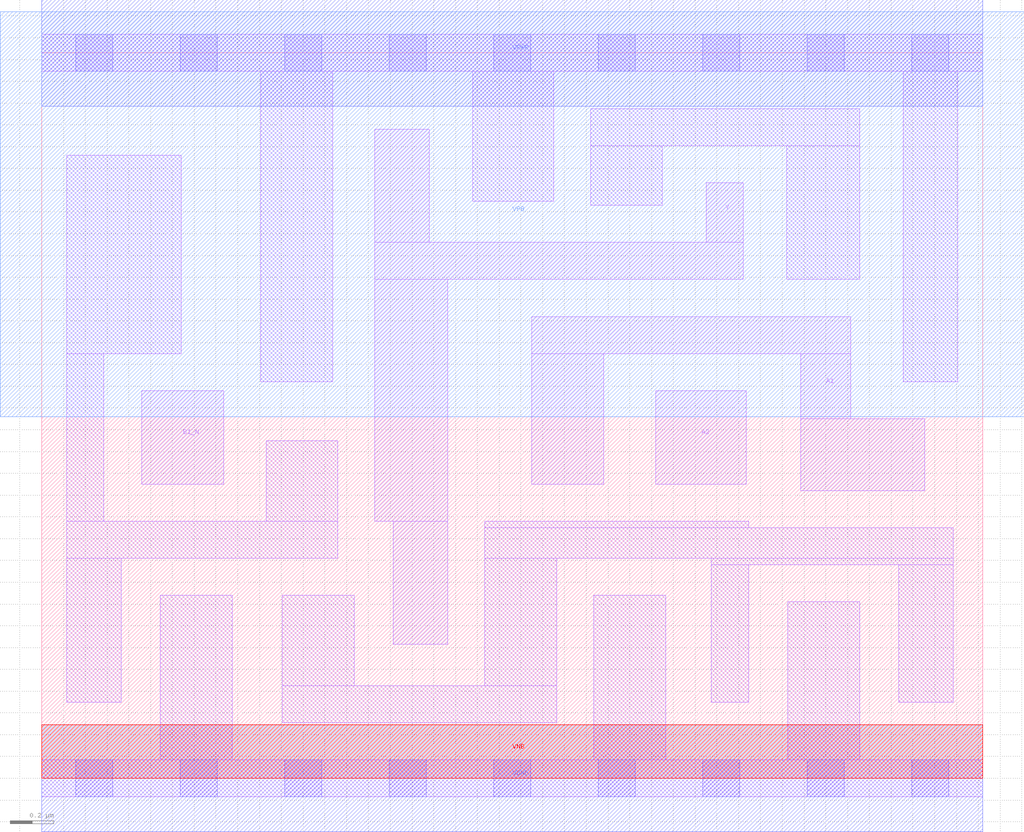
<source format=lef>
# Copyright 2020 The SkyWater PDK Authors
#
# Licensed under the Apache License, Version 2.0 (the "License");
# you may not use this file except in compliance with the License.
# You may obtain a copy of the License at
#
#     https://www.apache.org/licenses/LICENSE-2.0
#
# Unless required by applicable law or agreed to in writing, software
# distributed under the License is distributed on an "AS IS" BASIS,
# WITHOUT WARRANTIES OR CONDITIONS OF ANY KIND, either express or implied.
# See the License for the specific language governing permissions and
# limitations under the License.
#
# SPDX-License-Identifier: Apache-2.0

VERSION 5.7 ;
  NOWIREEXTENSIONATPIN ON ;
  DIVIDERCHAR "/" ;
  BUSBITCHARS "[]" ;
MACRO sky130_fd_sc_ls__o21bai_2
  CLASS CORE ;
  FOREIGN sky130_fd_sc_ls__o21bai_2 ;
  ORIGIN  0.000000  0.000000 ;
  SIZE  4.320000 BY  3.330000 ;
  SYMMETRY X Y ;
  SITE unit ;
  PIN A1
    ANTENNAGATEAREA  0.558000 ;
    DIRECTION INPUT ;
    USE SIGNAL ;
    PORT
      LAYER li1 ;
        RECT 2.250000 1.350000 2.580000 1.950000 ;
        RECT 2.250000 1.950000 3.715000 2.120000 ;
        RECT 3.485000 1.320000 4.055000 1.650000 ;
        RECT 3.485000 1.650000 3.715000 1.950000 ;
    END
  END A1
  PIN A2
    ANTENNAGATEAREA  0.558000 ;
    DIRECTION INPUT ;
    USE SIGNAL ;
    PORT
      LAYER li1 ;
        RECT 2.820000 1.350000 3.235000 1.780000 ;
    END
  END A2
  PIN B1_N
    ANTENNAGATEAREA  0.246000 ;
    DIRECTION INPUT ;
    USE SIGNAL ;
    PORT
      LAYER li1 ;
        RECT 0.460000 1.350000 0.835000 1.780000 ;
    END
  END B1_N
  PIN Y
    ANTENNADIFFAREA  0.879200 ;
    DIRECTION OUTPUT ;
    USE SIGNAL ;
    PORT
      LAYER li1 ;
        RECT 1.530000 1.180000 1.865000 2.290000 ;
        RECT 1.530000 2.290000 3.220000 2.460000 ;
        RECT 1.530000 2.460000 1.780000 2.980000 ;
        RECT 1.615000 0.615000 1.865000 1.180000 ;
        RECT 3.050000 2.460000 3.220000 2.735000 ;
    END
  END Y
  PIN VGND
    DIRECTION INOUT ;
    SHAPE ABUTMENT ;
    USE GROUND ;
    PORT
      LAYER met1 ;
        RECT 0.000000 -0.245000 4.320000 0.245000 ;
    END
  END VGND
  PIN VNB
    DIRECTION INOUT ;
    USE GROUND ;
    PORT
      LAYER pwell ;
        RECT 0.000000 0.000000 4.320000 0.245000 ;
    END
  END VNB
  PIN VPB
    DIRECTION INOUT ;
    USE POWER ;
    PORT
      LAYER nwell ;
        RECT -0.190000 1.660000 4.510000 3.520000 ;
    END
  END VPB
  PIN VPWR
    DIRECTION INOUT ;
    SHAPE ABUTMENT ;
    USE POWER ;
    PORT
      LAYER met1 ;
        RECT 0.000000 3.085000 4.320000 3.575000 ;
    END
  END VPWR
  OBS
    LAYER li1 ;
      RECT 0.000000 -0.085000 4.320000 0.085000 ;
      RECT 0.000000  3.245000 4.320000 3.415000 ;
      RECT 0.115000  0.350000 0.365000 1.010000 ;
      RECT 0.115000  1.010000 1.360000 1.180000 ;
      RECT 0.115000  1.180000 0.285000 1.950000 ;
      RECT 0.115000  1.950000 0.640000 2.860000 ;
      RECT 0.545000  0.085000 0.875000 0.840000 ;
      RECT 1.005000  1.820000 1.335000 3.245000 ;
      RECT 1.030000  1.180000 1.360000 1.550000 ;
      RECT 1.105000  0.255000 2.365000 0.425000 ;
      RECT 1.105000  0.425000 1.435000 0.840000 ;
      RECT 1.980000  2.650000 2.350000 3.245000 ;
      RECT 2.035000  0.425000 2.365000 1.010000 ;
      RECT 2.035000  1.010000 4.185000 1.150000 ;
      RECT 2.035000  1.150000 3.245000 1.180000 ;
      RECT 2.520000  2.630000 2.850000 2.905000 ;
      RECT 2.520000  2.905000 3.755000 3.075000 ;
      RECT 2.535000  0.085000 2.865000 0.840000 ;
      RECT 3.075000  0.350000 3.245000 0.980000 ;
      RECT 3.075000  0.980000 4.185000 1.010000 ;
      RECT 3.420000  2.290000 3.755000 2.905000 ;
      RECT 3.425000  0.085000 3.755000 0.810000 ;
      RECT 3.935000  0.350000 4.185000 0.980000 ;
      RECT 3.955000  1.820000 4.205000 3.245000 ;
    LAYER mcon ;
      RECT 0.155000 -0.085000 0.325000 0.085000 ;
      RECT 0.155000  3.245000 0.325000 3.415000 ;
      RECT 0.635000 -0.085000 0.805000 0.085000 ;
      RECT 0.635000  3.245000 0.805000 3.415000 ;
      RECT 1.115000 -0.085000 1.285000 0.085000 ;
      RECT 1.115000  3.245000 1.285000 3.415000 ;
      RECT 1.595000 -0.085000 1.765000 0.085000 ;
      RECT 1.595000  3.245000 1.765000 3.415000 ;
      RECT 2.075000 -0.085000 2.245000 0.085000 ;
      RECT 2.075000  3.245000 2.245000 3.415000 ;
      RECT 2.555000 -0.085000 2.725000 0.085000 ;
      RECT 2.555000  3.245000 2.725000 3.415000 ;
      RECT 3.035000 -0.085000 3.205000 0.085000 ;
      RECT 3.035000  3.245000 3.205000 3.415000 ;
      RECT 3.515000 -0.085000 3.685000 0.085000 ;
      RECT 3.515000  3.245000 3.685000 3.415000 ;
      RECT 3.995000 -0.085000 4.165000 0.085000 ;
      RECT 3.995000  3.245000 4.165000 3.415000 ;
  END
END sky130_fd_sc_ls__o21bai_2
END LIBRARY

</source>
